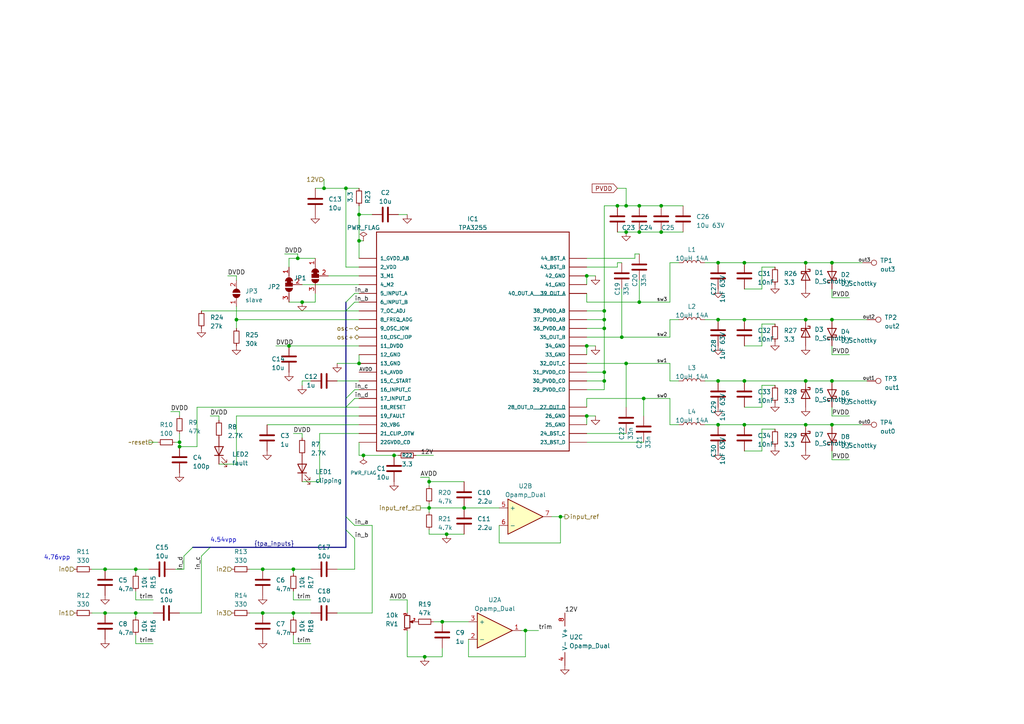
<source format=kicad_sch>
(kicad_sch (version 20230121) (generator eeschema)
  (paper "A4")
  (bus_alias "tpa_inputs" (members "in_a" "in_b" "in_c" "in_d"))
  (junction (at 124.46 147.32))
  (junction (at 104.14 105.41))
  (junction (at 185.42 67.31))
  (junction (at 52.07 129.54))
  (junction (at 128.27 180.34))
  (junction (at 191.77 59.69))
  (junction (at 175.26 107.95))
  (junction (at 181.61 59.69))
  (junction (at 76.2 165.1))
  (junction (at 100.33 54.61))
  (junction (at 52.07 128.27))
  (junction (at 175.26 92.71))
  (junction (at 181.61 105.41))
  (junction (at 30.48 177.8))
  (junction (at 175.26 110.49))
  (junction (at 85.09 165.1))
  (junction (at 181.61 67.31))
  (junction (at 241.3 123.19))
  (junction (at 233.68 123.19))
  (junction (at 208.28 76.2))
  (junction (at 215.9 76.2))
  (junction (at 86.36 74.93))
  (junction (at 215.9 92.71))
  (junction (at 241.3 92.71))
  (junction (at 233.68 92.71))
  (junction (at 123.19 190.5))
  (junction (at 39.37 165.1))
  (junction (at 39.37 177.8))
  (junction (at 233.68 76.2))
  (junction (at 170.18 80.01))
  (junction (at 93.98 54.61))
  (junction (at 208.28 92.71))
  (junction (at 152.4 182.88))
  (junction (at 87.63 87.63))
  (junction (at 129.54 154.94))
  (junction (at 104.14 62.23))
  (junction (at 170.18 120.65))
  (junction (at 76.2 177.8))
  (junction (at 208.28 110.49))
  (junction (at 208.28 123.19))
  (junction (at 162.56 149.86))
  (junction (at 104.14 69.85))
  (junction (at 85.09 177.8))
  (junction (at 215.9 123.19))
  (junction (at 30.48 165.1))
  (junction (at 185.42 87.63))
  (junction (at 105.41 132.08))
  (junction (at 186.69 115.57))
  (junction (at 114.3 132.08))
  (junction (at 185.42 59.69))
  (junction (at 68.58 92.71))
  (junction (at 215.9 110.49))
  (junction (at 191.77 67.31))
  (junction (at 233.68 110.49))
  (junction (at 175.26 95.25))
  (junction (at 241.3 76.2))
  (junction (at 180.34 97.79))
  (junction (at 179.07 59.69))
  (junction (at 241.3 110.49))
  (junction (at 124.46 139.7))
  (junction (at 170.18 100.33))
  (junction (at 134.62 147.32))
  (junction (at 83.82 100.33))
  (junction (at 175.26 90.17))
  (bus_entry (at 100.33 149.86) (size 2.54 2.54))
  (bus_entry (at 100.33 90.17) (size 2.54 -2.54))
  (bus_entry (at 100.33 115.57) (size 2.54 -2.54))
  (bus_entry (at 55.88 158.75) (size -2.54 2.54))
  (bus_entry (at 60.96 158.75) (size -2.54 2.54))
  (bus_entry (at 100.33 153.67) (size 2.54 2.54))
  (bus_entry (at 100.33 118.11) (size 2.54 -2.54))
  (bus_entry (at 100.33 87.63) (size 2.54 -2.54))
  (wire (pts (xy 53.34 161.29) (xy 53.34 165.1)))
  (wire (pts (xy 87.63 110.49) (xy 90.17 110.49)))
  (wire (pts (xy 135.89 185.42) (xy 135.89 190.5)))
  (wire (pts (xy 26.67 177.8) (xy 30.48 177.8)))
  (wire (pts (xy 100.33 54.61) (xy 93.98 54.61)))
  (wire (pts (xy 181.61 105.41) (xy 181.61 118.11)))
  (wire (pts (xy 52.07 125.73) (xy 52.07 128.27)))
  (wire (pts (xy 124.46 153.67) (xy 124.46 154.94)))
  (wire (pts (xy 97.79 105.41) (xy 104.14 105.41)))
  (wire (pts (xy 50.8 165.1) (xy 53.34 165.1)))
  (wire (pts (xy 39.37 186.69) (xy 44.45 186.69)))
  (wire (pts (xy 204.47 110.49) (xy 208.28 110.49)))
  (wire (pts (xy 123.19 190.5) (xy 128.27 190.5)))
  (wire (pts (xy 52.07 129.54) (xy 57.15 129.54)))
  (wire (pts (xy 246.38 120.65) (xy 241.3 120.65)))
  (wire (pts (xy 93.98 52.07) (xy 93.98 54.61)))
  (wire (pts (xy 220.98 77.47) (xy 224.79 77.47)))
  (wire (pts (xy 50.8 128.27) (xy 52.07 128.27)))
  (wire (pts (xy 196.85 123.19) (xy 194.31 123.19)))
  (wire (pts (xy 191.77 67.31) (xy 198.12 67.31)))
  (wire (pts (xy 185.42 81.28) (xy 185.42 87.63)))
  (wire (pts (xy 43.18 128.27) (xy 45.72 128.27)))
  (wire (pts (xy 233.68 92.71) (xy 241.3 92.71)))
  (wire (pts (xy 128.27 180.34) (xy 135.89 180.34)))
  (wire (pts (xy 179.07 54.61) (xy 181.61 54.61)))
  (wire (pts (xy 179.07 67.31) (xy 181.61 67.31)))
  (wire (pts (xy 102.87 113.03) (xy 104.14 113.03)))
  (wire (pts (xy 175.26 110.49) (xy 175.26 113.03)))
  (wire (pts (xy 104.14 77.47) (xy 100.33 77.47)))
  (wire (pts (xy 170.18 85.09) (xy 170.18 87.63)))
  (wire (pts (xy 57.15 129.54) (xy 57.15 118.11)))
  (wire (pts (xy 86.36 73.66) (xy 86.36 74.93)))
  (wire (pts (xy 170.18 97.79) (xy 180.34 97.79)))
  (wire (pts (xy 204.47 123.19) (xy 208.28 123.19)))
  (wire (pts (xy 39.37 165.1) (xy 30.48 165.1)))
  (wire (pts (xy 30.48 177.8) (xy 39.37 177.8)))
  (wire (pts (xy 72.39 177.8) (xy 76.2 177.8)))
  (wire (pts (xy 175.26 59.69) (xy 179.07 59.69)))
  (wire (pts (xy 179.07 59.69) (xy 181.61 59.69)))
  (wire (pts (xy 194.31 97.79) (xy 180.34 97.79)))
  (wire (pts (xy 76.2 177.8) (xy 85.09 177.8)))
  (wire (pts (xy 91.44 87.63) (xy 91.44 85.09)))
  (wire (pts (xy 233.68 123.19) (xy 241.3 123.19)))
  (wire (pts (xy 97.79 177.8) (xy 107.95 177.8)))
  (wire (pts (xy 107.95 152.4) (xy 102.87 152.4)))
  (wire (pts (xy 162.56 157.48) (xy 162.56 149.86)))
  (wire (pts (xy 87.63 111.76) (xy 87.63 110.49)))
  (wire (pts (xy 181.61 59.69) (xy 185.42 59.69)))
  (wire (pts (xy 172.72 100.33) (xy 170.18 100.33)))
  (wire (pts (xy 52.07 128.27) (xy 52.07 129.54)))
  (wire (pts (xy 121.92 147.32) (xy 124.46 147.32)))
  (wire (pts (xy 83.82 74.93) (xy 83.82 77.47)))
  (wire (pts (xy 85.09 184.15) (xy 85.09 186.69)))
  (wire (pts (xy 185.42 67.31) (xy 191.77 67.31)))
  (wire (pts (xy 170.18 128.27) (xy 186.69 128.27)))
  (wire (pts (xy 63.5 120.65) (xy 63.5 121.92)))
  (wire (pts (xy 107.95 177.8) (xy 107.95 152.4)))
  (wire (pts (xy 104.14 69.85) (xy 105.41 69.85)))
  (wire (pts (xy 241.3 120.65) (xy 241.3 118.11)))
  (wire (pts (xy 215.9 76.2) (xy 233.68 76.2)))
  (wire (pts (xy 63.5 134.62) (xy 68.58 134.62)))
  (bus (pts (xy 55.88 158.75) (xy 60.96 158.75)))
  (wire (pts (xy 39.37 173.99) (xy 44.45 173.99)))
  (wire (pts (xy 114.3 132.08) (xy 115.57 132.08)))
  (wire (pts (xy 170.18 113.03) (xy 175.26 113.03)))
  (wire (pts (xy 124.46 147.32) (xy 124.46 148.59)))
  (wire (pts (xy 104.14 69.85) (xy 104.14 74.93)))
  (wire (pts (xy 104.14 128.27) (xy 104.14 132.08)))
  (wire (pts (xy 241.3 133.35) (xy 241.3 130.81)))
  (wire (pts (xy 179.07 76.2) (xy 179.07 77.47)))
  (wire (pts (xy 215.9 118.11) (xy 220.98 118.11)))
  (wire (pts (xy 49.53 119.38) (xy 52.07 119.38)))
  (wire (pts (xy 76.2 165.1) (xy 85.09 165.1)))
  (wire (pts (xy 181.61 105.41) (xy 194.31 105.41)))
  (wire (pts (xy 72.39 165.1) (xy 76.2 165.1)))
  (wire (pts (xy 97.79 165.1) (xy 102.87 165.1)))
  (wire (pts (xy 233.68 76.2) (xy 241.3 76.2)))
  (wire (pts (xy 185.42 59.69) (xy 191.77 59.69)))
  (wire (pts (xy 241.3 110.49) (xy 251.46 110.49)))
  (bus (pts (xy 100.33 158.75) (xy 60.96 158.75)))
  (wire (pts (xy 91.44 74.93) (xy 86.36 74.93)))
  (wire (pts (xy 39.37 165.1) (xy 43.18 165.1)))
  (wire (pts (xy 175.26 90.17) (xy 175.26 92.71)))
  (wire (pts (xy 241.3 92.71) (xy 251.46 92.71)))
  (wire (pts (xy 124.46 138.43) (xy 124.46 139.7)))
  (wire (pts (xy 246.38 102.87) (xy 241.3 102.87)))
  (wire (pts (xy 120.65 132.08) (xy 125.73 132.08)))
  (wire (pts (xy 170.18 87.63) (xy 185.42 87.63)))
  (wire (pts (xy 194.31 110.49) (xy 194.31 105.41)))
  (wire (pts (xy 85.09 125.73) (xy 87.63 125.73)))
  (wire (pts (xy 39.37 171.45) (xy 39.37 173.99)))
  (wire (pts (xy 104.14 132.08) (xy 105.41 132.08)))
  (wire (pts (xy 52.07 177.8) (xy 58.42 177.8)))
  (wire (pts (xy 97.79 110.49) (xy 104.14 110.49)))
  (wire (pts (xy 58.42 161.29) (xy 58.42 177.8)))
  (wire (pts (xy 184.15 73.66) (xy 184.15 74.93)))
  (wire (pts (xy 241.3 86.36) (xy 241.3 83.82)))
  (wire (pts (xy 102.87 156.21) (xy 102.87 165.1)))
  (wire (pts (xy 82.55 73.66) (xy 86.36 73.66)))
  (wire (pts (xy 118.11 173.99) (xy 118.11 177.8)))
  (wire (pts (xy 39.37 184.15) (xy 39.37 186.69)))
  (wire (pts (xy 208.28 76.2) (xy 215.9 76.2)))
  (wire (pts (xy 85.09 173.99) (xy 90.17 173.99)))
  (wire (pts (xy 215.9 130.81) (xy 220.98 130.81)))
  (wire (pts (xy 85.09 177.8) (xy 90.17 177.8)))
  (wire (pts (xy 100.33 54.61) (xy 104.14 54.61)))
  (wire (pts (xy 170.18 118.11) (xy 170.18 115.57)))
  (wire (pts (xy 175.26 95.25) (xy 175.26 107.95)))
  (wire (pts (xy 170.18 120.65) (xy 170.18 123.19)))
  (wire (pts (xy 87.63 125.73) (xy 87.63 127)))
  (wire (pts (xy 85.09 171.45) (xy 85.09 173.99)))
  (wire (pts (xy 68.58 120.65) (xy 104.14 120.65)))
  (wire (pts (xy 87.63 82.55) (xy 104.14 82.55)))
  (wire (pts (xy 66.04 80.01) (xy 68.58 80.01)))
  (wire (pts (xy 170.18 125.73) (xy 181.61 125.73)))
  (wire (pts (xy 233.68 110.49) (xy 241.3 110.49)))
  (wire (pts (xy 124.46 147.32) (xy 134.62 147.32)))
  (wire (pts (xy 162.56 149.86) (xy 163.83 149.86)))
  (wire (pts (xy 179.07 77.47) (xy 170.18 77.47)))
  (wire (pts (xy 124.46 154.94) (xy 129.54 154.94)))
  (wire (pts (xy 208.28 92.71) (xy 215.9 92.71)))
  (wire (pts (xy 77.47 123.19) (xy 104.14 123.19)))
  (wire (pts (xy 181.61 67.31) (xy 185.42 67.31)))
  (bus (pts (xy 100.33 90.17) (xy 100.33 115.57)))
  (wire (pts (xy 144.78 157.48) (xy 162.56 157.48)))
  (wire (pts (xy 83.82 87.63) (xy 87.63 87.63)))
  (wire (pts (xy 39.37 177.8) (xy 39.37 179.07)))
  (wire (pts (xy 118.11 182.88) (xy 118.11 190.5)))
  (wire (pts (xy 184.15 74.93) (xy 170.18 74.93)))
  (wire (pts (xy 39.37 165.1) (xy 39.37 166.37)))
  (wire (pts (xy 220.98 100.33) (xy 220.98 93.98)))
  (wire (pts (xy 121.92 138.43) (xy 124.46 138.43)))
  (wire (pts (xy 220.98 124.46) (xy 224.79 124.46)))
  (wire (pts (xy 100.33 90.17) (xy 104.14 90.17)))
  (wire (pts (xy 241.3 76.2) (xy 250.19 76.2)))
  (wire (pts (xy 215.9 110.49) (xy 233.68 110.49)))
  (wire (pts (xy 135.89 190.5) (xy 152.4 190.5)))
  (wire (pts (xy 85.09 165.1) (xy 90.17 165.1)))
  (bus (pts (xy 100.33 153.67) (xy 100.33 158.75)))
  (bus (pts (xy 100.33 115.57) (xy 100.33 118.11)))
  (wire (pts (xy 86.36 74.93) (xy 83.82 74.93)))
  (wire (pts (xy 180.34 83.82) (xy 180.34 97.79)))
  (wire (pts (xy 104.14 92.71) (xy 68.58 92.71)))
  (wire (pts (xy 170.18 80.01) (xy 170.18 82.55)))
  (wire (pts (xy 204.47 92.71) (xy 208.28 92.71)))
  (wire (pts (xy 87.63 139.7) (xy 92.71 139.7)))
  (wire (pts (xy 124.46 146.05) (xy 124.46 147.32)))
  (wire (pts (xy 113.03 173.99) (xy 118.11 173.99)))
  (wire (pts (xy 196.85 110.49) (xy 194.31 110.49)))
  (wire (pts (xy 85.09 177.8) (xy 85.09 179.07)))
  (wire (pts (xy 208.28 110.49) (xy 215.9 110.49)))
  (wire (pts (xy 128.27 190.5) (xy 128.27 187.96)))
  (wire (pts (xy 60.96 120.65) (xy 63.5 120.65)))
  (wire (pts (xy 104.14 59.69) (xy 104.14 62.23)))
  (wire (pts (xy 220.98 118.11) (xy 220.98 111.76)))
  (wire (pts (xy 175.26 92.71) (xy 175.26 95.25)))
  (wire (pts (xy 52.07 119.38) (xy 52.07 120.65)))
  (wire (pts (xy 170.18 105.41) (xy 181.61 105.41)))
  (wire (pts (xy 220.98 130.81) (xy 220.98 124.46)))
  (wire (pts (xy 185.42 87.63) (xy 194.31 87.63)))
  (wire (pts (xy 87.63 87.63) (xy 91.44 87.63)))
  (wire (pts (xy 39.37 177.8) (xy 44.45 177.8)))
  (wire (pts (xy 194.31 87.63) (xy 194.31 76.2)))
  (wire (pts (xy 215.9 92.71) (xy 233.68 92.71)))
  (wire (pts (xy 194.31 92.71) (xy 194.31 97.79)))
  (wire (pts (xy 93.98 54.61) (xy 91.44 54.61)))
  (wire (pts (xy 95.25 80.01) (xy 104.14 80.01)))
  (wire (pts (xy 102.87 85.09) (xy 104.14 85.09)))
  (wire (pts (xy 170.18 115.57) (xy 186.69 115.57)))
  (wire (pts (xy 102.87 115.57) (xy 104.14 115.57)))
  (wire (pts (xy 184.15 73.66) (xy 185.42 73.66)))
  (wire (pts (xy 204.47 76.2) (xy 208.28 76.2)))
  (wire (pts (xy 208.28 123.19) (xy 215.9 123.19)))
  (wire (pts (xy 92.71 125.73) (xy 104.14 125.73)))
  (wire (pts (xy 68.58 92.71) (xy 68.58 95.25)))
  (wire (pts (xy 181.61 54.61) (xy 181.61 59.69)))
  (wire (pts (xy 104.14 102.87) (xy 104.14 105.41)))
  (wire (pts (xy 68.58 134.62) (xy 68.58 120.65)))
  (wire (pts (xy 100.33 77.47) (xy 100.33 54.61)))
  (wire (pts (xy 220.98 111.76) (xy 224.79 111.76)))
  (wire (pts (xy 129.54 154.94) (xy 134.62 154.94)))
  (wire (pts (xy 124.46 139.7) (xy 134.62 139.7)))
  (wire (pts (xy 170.18 110.49) (xy 175.26 110.49)))
  (wire (pts (xy 194.31 123.19) (xy 194.31 115.57)))
  (wire (pts (xy 118.11 62.23) (xy 115.57 62.23)))
  (wire (pts (xy 170.18 95.25) (xy 175.26 95.25)))
  (wire (pts (xy 170.18 100.33) (xy 170.18 102.87)))
  (wire (pts (xy 191.77 59.69) (xy 198.12 59.69)))
  (wire (pts (xy 83.82 100.33) (xy 80.01 100.33)))
  (wire (pts (xy 83.82 100.33) (xy 104.14 100.33)))
  (wire (pts (xy 175.26 107.95) (xy 175.26 110.49)))
  (wire (pts (xy 241.3 102.87) (xy 241.3 100.33)))
  (wire (pts (xy 220.98 83.82) (xy 220.98 77.47)))
  (wire (pts (xy 58.42 90.17) (xy 100.33 90.17)))
  (wire (pts (xy 134.62 147.32) (xy 144.78 147.32)))
  (wire (pts (xy 85.09 186.69) (xy 90.17 186.69)))
  (wire (pts (xy 215.9 123.19) (xy 233.68 123.19)))
  (wire (pts (xy 92.71 139.7) (xy 92.71 125.73)))
  (wire (pts (xy 144.78 152.4) (xy 144.78 157.48)))
  (wire (pts (xy 152.4 182.88) (xy 151.13 182.88)))
  (wire (pts (xy 118.11 190.5) (xy 123.19 190.5)))
  (wire (pts (xy 68.58 88.9) (xy 68.58 92.71)))
  (wire (pts (xy 160.02 149.86) (xy 162.56 149.86)))
  (wire (pts (xy 170.18 80.01) (xy 172.72 80.01)))
  (wire (pts (xy 196.85 92.71) (xy 194.31 92.71)))
  (wire (pts (xy 68.58 80.01) (xy 68.58 81.28)))
  (wire (pts (xy 100.33 118.11) (xy 104.14 118.11)))
  (wire (pts (xy 170.18 90.17) (xy 175.26 90.17)))
  (wire (pts (xy 102.87 87.63) (xy 104.14 87.63)))
  (wire (pts (xy 175.26 59.69) (xy 175.26 90.17)))
  (wire (pts (xy 186.69 115.57) (xy 186.69 120.65)))
  (wire (pts (xy 215.9 83.82) (xy 220.98 83.82)))
  (wire (pts (xy 215.9 100.33) (xy 220.98 100.33)))
  (wire (pts (xy 172.72 120.65) (xy 170.18 120.65)))
  (wire (pts (xy 170.18 107.95) (xy 175.26 107.95)))
  (wire (pts (xy 104.14 62.23) (xy 104.14 69.85)))
  (wire (pts (xy 246.38 133.35) (xy 241.3 133.35)))
  (wire (pts (xy 125.73 180.34) (xy 128.27 180.34)))
  (wire (pts (xy 26.67 165.1) (xy 30.48 165.1)))
  (wire (pts (xy 85.09 165.1) (xy 85.09 166.37)))
  (bus (pts (xy 100.33 87.63) (xy 100.33 90.17)))
  (wire (pts (xy 105.41 132.08) (xy 114.3 132.08)))
  (wire (pts (xy 104.14 62.23) (xy 107.95 62.23)))
  (wire (pts (xy 220.98 93.98) (xy 224.79 93.98)))
  (wire (pts (xy 152.4 190.5) (xy 152.4 182.88)))
  (bus (pts (xy 100.33 118.11) (xy 100.33 149.86)))
  (wire (pts (xy 186.69 115.57) (xy 194.31 115.57)))
  (wire (pts (xy 57.15 118.11) (xy 100.33 118.11)))
  (wire (pts (xy 124.46 140.97) (xy 124.46 139.7)))
  (wire (pts (xy 246.38 86.36) (xy 241.3 86.36)))
  (bus (pts (xy 100.33 149.86) (xy 100.33 153.67)))
  (wire (pts (xy 194.31 76.2) (xy 196.85 76.2)))
  (wire (pts (xy 170.18 92.71) (xy 175.26 92.71)))
  (wire (pts (xy 241.3 123.19) (xy 250.19 123.19)))
  (wire (pts (xy 179.07 76.2) (xy 180.34 76.2)))
  (wire (pts (xy 156.21 182.88) (xy 152.4 182.88)))
  (text "4.54vpp" (at 60.96 157.48 0) (effects (font (size 1.27 1.27)) (justify left bottom)))
  (text "4.76vpp" (at 12.7 162.56 0) (effects (font (size 1.27 1.27)) (justify left bottom)))
  (label "PVDD" (at 246.38 86.36 180))
  (label "in_c" (at 102.87 113.03 0))
  (label "trim" (at 156.21 182.88 0))
  (label "in_a" (at 102.87 152.4 0))
  (label "trim" (at 90.17 173.99 180))
  (label "DVDD" (at 80.01 100.33 0))
  (label "DVDD" (at 85.09 125.73 0))
  (label "out3" (at 248.92 76.2 0) (effects (font (size 1.016 1.016))))
  (label "out2" (at 250.19 92.71 0) (effects (font (size 1.016 1.016))))
  (label "PVDD" (at 246.38 120.65 180))
  (label "out0" (at 248.92 123.19 0) (effects (font (size 1.016 1.016))))
  (label "trim" (at 44.45 186.69 180))
  (label "in_b" (at 102.87 156.21 0))
  (label "12V" (at 163.83 177.8 0))
  (label "PVDD" (at 246.38 102.87 180))
  (label "DVDD" (at 66.04 80.01 0))
  (label "in_d" (at 102.87 115.57 0))
  (label "sw2" (at 190.5 97.79 0) (effects (font (size 1.016 1.016))))
  (label "12V" (at 125.73 132.08 180))
  (label "AVDD" (at 121.92 138.43 0))
  (label "in_c" (at 58.42 161.29 270))
  (label "in_a" (at 102.87 85.09 0))
  (label "AVDD" (at 104.14 107.95 0) (effects (font (size 1 1))))
  (label "DVDD" (at 60.96 120.65 0))
  (label "AVDD" (at 113.03 173.99 0))
  (label "DVDD" (at 49.53 119.38 0))
  (label "DVDD" (at 82.55 73.66 0))
  (label "in_d" (at 53.34 161.29 270))
  (label "sw1" (at 190.5 105.41 0) (effects (font (size 1.016 1.016))))
  (label "{tpa_inputs}" (at 73.66 158.75 0))
  (label "in_b" (at 102.87 87.63 0))
  (label "PVDD" (at 246.38 133.35 180))
  (label "out1" (at 250.19 110.49 0) (effects (font (size 1.016 1.016))))
  (label "sw3" (at 190.5 87.63 0) (effects (font (size 1.016 1.016))))
  (label "sw0" (at 190.5 115.57 0) (effects (font (size 1.016 1.016))))
  (label "trim" (at 44.45 173.99 180))
  (label "trim" (at 90.17 186.69 180))
  (global_label "PVDD" (shape input) (at 179.07 54.61 180) (property "Intersheetrefs" "${INTERSHEET_REFS}" (effects hide)))
  (hierarchical_label "in2" (shape input) (at 67.31 165.1 180))
  (hierarchical_label "in1" (shape input) (at 21.59 177.8 180))
  (hierarchical_label "osc+" (shape bidirectional) (at 104.14 97.79 180))
  (hierarchical_label "input_ref" (shape output) (at 163.83 149.86 0))
  (hierarchical_label "input_ref_z" (shape passive) (at 121.92 147.32 180) (property "description" "input reference, unamplified (for merging between amplifiers)" (effects hide)))
  (hierarchical_label "12V" (shape input) (at 93.98 52.07 180))
  (hierarchical_label "in3" (shape input) (at 67.31 177.8 180))
  (hierarchical_label "~reset" (shape input) (at 44.45 128.27 180))
  (hierarchical_label "in0" (shape input) (at 21.59 165.1 180))
  (hierarchical_label "osc-" (shape bidirectional) (at 104.14 95.25 180))
  (symbol (lib_id "power:GND") (at 97.79 105.41 0) (unit 1)
    (property "Reference" "#PWR017" (effects hide))
    (property "Value" "GND" (effects hide))
    (instances (project "uberamp1" (path "" (reference "#PWR017") (unit 1)) (path "" (reference "#PWR048") (unit 1))))
  )
  (symbol (lib_id "Device:R_Small") (at 63.5 124.46 180) (unit 1)
    (property "Reference" "R8" (at 66.04 123.825 0) (effects (justify right)))
    (property "Value" "2.7K" (at 66.04 126.365 0) (effects (justify right)))
    (property "Footprint" "invendelirium_audio:R_0603" (effects hide))
    (instances (project "uberamp1" (path "" (reference "R8") (unit 1)) (path "" (reference "R37") (unit 1))))
  )
  (symbol (lib_id "Device:Opamp_Dual") (at 143.51 182.88 0) (unit 1)
    (property "Reference" "U2" (at 143.51 173.99 0))
    (property "Value" "Opamp_Dual" (at 143.51 176.53 0))
    (property "Footprint" "invendelirium_audio:SOIC-8" (effects hide))
    (instances (project "uberamp1" (path "" (reference "U2") (unit 1)) (path "" (reference "U3") (unit 1))))
  )
  (symbol (lib_id "Device:R_Small") (at 224.79 127 180) (unit 1)
    (property "Reference" "R29" (at 227.33 126.365 0) (effects (justify right)))
    (property "Value" "3.3" (at 227.33 128.905 0) (effects (justify right)))
    (property "Footprint" "invendelirium_audio:R_0603" (effects hide))
    (instances (project "uberamp1" (path "" (reference "R29") (unit 1)) (path "" (reference "R52") (unit 1))))
  )
  (symbol (lib_id "Device:C") (at 180.34 80.01 0) (unit 1)
    (property "Reference" "C19" (at 179.07 83.82 90))
    (property "Value" "33n" (at 181.61 83.82 90))
    (property "Footprint" "invendelirium_audio:C_0603" (effects hide))
    (property "Voltage" "16V" (effects hide))
    (instances (project "uberamp1" (path "" (reference "C19") (unit 1)) (path "" (reference "C54") (unit 1))))
  )
  (symbol (lib_id "power:GND") (at 68.58 100.33 0) (unit 1)
    (property "Reference" "#PWR020" (effects hide))
    (property "Value" "GND" (effects hide))
    (instances (project "uberamp1" (path "" (reference "#PWR020") (unit 1)) (path "" (reference "#PWR040") (unit 1))))
  )
  (symbol (lib_id "Device:C") (at 186.69 124.46 0) (unit 1)
    (property "Reference" "C21" (at 185.42 128.27 90))
    (property "Value" "33n" (at 187.96 128.27 90))
    (property "Footprint" "invendelirium_audio:C_0603" (effects hide))
    (property "Voltage" "16V" (effects hide))
    (instances (project "uberamp1" (path "" (reference "C21") (unit 1)) (path "" (reference "C58") (unit 1))))
  )
  (symbol (lib_id "Device:D_Schottky") (at 241.3 96.52 90) (unit 1)
    (property "Reference" "D4" (at 243.84 96.2025 90) (effects (justify right)))
    (property "Value" "D_Schottky" (at 243.84 98.7425 90) (effects (justify right)))
    (property "Footprint" "Diode_SMD:D_0805_2012Metric" (effects hide))
    (instances (project "uberamp1" (path "" (reference "D4") (unit 1)) (path "" (reference "D14") (unit 1))))
  )
  (symbol (lib_id "Device:R_Small") (at 118.11 132.08 270) (unit 1)
    (property "Reference" "R22" (at 118.11 132.08 90) (effects (font (size 1 1))))
    (property "Value" "3.3" (at 118.11 134.62 90))
    (property "Footprint" "invendelirium_audio:R_0603" (effects hide))
    (instances (project "uberamp1" (path "" (reference "R22") (unit 1)) (path "" (reference "R45") (unit 1))))
  )
  (symbol (lib_id "power:PWR_FLAG") (at 105.41 69.85 0) (unit 1)
    (property "Reference" "#FLG03" (effects hide))
    (property "Value" "PWR_FLAG" (at 105.41 66.04 0))
    (instances (project "uberamp1" (path "" (reference "#FLG03") (unit 1)) (path "" (reference "#FLG04") (unit 1))))
  )
  (symbol (lib_id "Device:R_Small") (at 124.46 143.51 180) (unit 1)
    (property "Reference" "R20" (at 127 142.875 0) (effects (justify right)))
    (property "Value" "4.7k" (at 127 145.415 0) (effects (justify right)))
    (property "Footprint" "invendelirium_audio:R_0603" (effects hide))
    (instances (project "uberamp1" (path "" (reference "R20") (unit 1)) (path "" (reference "R47") (unit 1))))
  )
  (symbol (lib_id "Device:C") (at 83.82 104.14 0) (unit 1)
    (property "Reference" "C14" (at 78.74 104.14 0) (effects (justify left)))
    (property "Value" "10u" (at 78.74 106.68 0) (effects (justify left)))
    (property "Footprint" "invendelirium_audio:C_0603" (effects hide))
    (property "Voltage" "16V" (effects hide))
    (instances (project "uberamp1" (path "" (reference "C14") (unit 1)) (path "" (reference "C43") (unit 1))))
  )
  (symbol (lib_id "power:GND") (at 233.68 83.82 0) (unit 1)
    (property "Reference" "#PWR030" (effects hide))
    (property "Value" "GND" (effects hide))
    (instances (project "uberamp1" (path "" (reference "#PWR030") (unit 1)) (path "" (reference "#PWR066") (unit 1))))
  )
  (symbol (lib_id "power:GND") (at 208.28 118.11 0) (unit 1)
    (property "Reference" "#PWR027" (effects hide))
    (property "Value" "GND" (effects hide))
    (instances (project "uberamp1" (path "" (reference "#PWR027") (unit 1)) (path "" (reference "#PWR060") (unit 1))))
  )
  (symbol (lib_id "Device:C") (at 77.47 127 0) (unit 1)
    (property "Reference" "C3" (at 81.28 126.365 0) (effects (justify left)))
    (property "Value" "1u" (at 81.28 128.905 0) (effects (justify left)))
    (property "Footprint" "invendelirium_audio:C_0603" (effects hide))
    (property "Voltage" "16V" (effects hide))
    (instances (project "uberamp1" (path "" (reference "C3") (unit 1)) (path "" (reference "C42") (unit 1))))
  )
  (symbol (lib_id "power:GND") (at 114.3 139.7 0) (unit 1)
    (property "Reference" "#PWR03" (effects hide))
    (property "Value" "GND" (effects hide))
    (instances (project "uberamp1" (path "" (reference "#PWR03") (unit 1)) (path "" (reference "#PWR049") (unit 1))))
  )
  (symbol (lib_id "Device:C") (at 208.28 114.3 0) (unit 1)
    (property "Reference" "C29" (at 207.01 118.11 90))
    (property "Value" "1uF 63V" (at 209.55 118.11 90))
    (property "Footprint" "invendelirium_audio:CB052D0105KBC film cap" (effects hide))
    (property "PartNumber" "CB052D0105KBC" (effects hide))
    (instances (project "uberamp1" (path "" (reference "C29") (unit 1)) (path "" (reference "C63") (unit 1))))
  )
  (symbol (lib_id "Device:R_Small") (at 48.26 128.27 270) (unit 1)
    (property "Reference" "R10" (at 48.26 123.19 90))
    (property "Value" "100" (at 48.26 125.73 90))
    (property "Footprint" "invendelirium_audio:R_0603" (effects hide))
    (instances (project "uberamp1" (path "" (reference "R10") (unit 1)) (path "" (reference "R34") (unit 1))))
  )
  (symbol (lib_id "Device:C") (at 91.44 58.42 180) (unit 1)
    (property "Reference" "C13" (at 95.25 57.785 0) (effects (justify right)))
    (property "Value" "10u" (at 95.25 60.325 0) (effects (justify right)))
    (property "Footprint" "invendelirium_audio:C_0603" (effects hide))
    (property "Voltage" "16V" (effects hide))
    (instances (project "uberamp1" (path "" (reference "C13") (unit 1)) (path "" (reference "C44") (unit 1))))
  )
  (symbol (lib_id "Device:D_Schottky") (at 233.68 114.3 270) (unit 1)
    (property "Reference" "D5" (at 236.22 113.3475 90) (effects (justify left)))
    (property "Value" "D_Schottky" (at 236.22 115.8875 90) (effects (justify left)))
    (property "Footprint" "Diode_SMD:D_0805_2012Metric" (effects hide))
    (instances (project "uberamp1" (path "" (reference "D5") (unit 1)) (path "" (reference "D11") (unit 1))))
  )
  (symbol (lib_id "power:GND") (at 224.79 99.06 0) (unit 1)
    (property "Reference" "#PWR031" (effects hide))
    (property "Value" "GND" (effects hide))
    (instances (project "uberamp1" (path "" (reference "#PWR031") (unit 1)) (path "" (reference "#PWR063") (unit 1))))
  )
  (symbol (lib_id "power:GND") (at 83.82 107.95 0) (unit 1)
    (property "Reference" "#PWR016" (effects hide))
    (property "Value" "GND" (effects hide))
    (instances (project "uberamp1" (path "" (reference "#PWR016") (unit 1)) (path "" (reference "#PWR044") (unit 1))))
  )
  (symbol (lib_id "power:GND") (at 172.72 80.01 0) (unit 1)
    (property "Reference" "#PWR021" (effects hide))
    (property "Value" "GND" (effects hide))
    (instances (project "uberamp1" (path "" (reference "#PWR021") (unit 1)) (path "" (reference "#PWR054") (unit 1))))
  )
  (symbol (lib_id "Device:R_Small") (at 124.46 151.13 180) (unit 1)
    (property "Reference" "R21" (at 127 150.495 0) (effects (justify right)))
    (property "Value" "4.7k" (at 127 153.035 0) (effects (justify right)))
    (property "Footprint" "invendelirium_audio:R_0603" (effects hide))
    (instances (project "uberamp1" (path "" (reference "R21") (unit 1)) (path "" (reference "R48") (unit 1))))
  )
  (symbol (lib_id "power:GND") (at 224.79 129.54 0) (unit 1)
    (property "Reference" "#PWR035" (effects hide))
    (property "Value" "GND" (effects hide))
    (instances (project "uberamp1" (path "" (reference "#PWR035") (unit 1)) (path "" (reference "#PWR065") (unit 1))))
  )
  (symbol (lib_id "power:GND") (at 172.72 100.33 0) (unit 1)
    (property "Reference" "#PWR022" (effects hide))
    (property "Value" "GND" (effects hide))
    (instances (project "uberamp1" (path "" (reference "#PWR022") (unit 1)) (path "" (reference "#PWR055") (unit 1))))
  )
  (symbol (lib_id "Device:C") (at 198.12 63.5 0) (unit 1)
    (property "Reference" "C26" (at 201.93 62.865 0) (effects (justify left)))
    (property "Value" "10u 63V" (at 201.93 65.405 0) (effects (justify left)))
    (property "Footprint" "Capacitor_SMD:C_1210_3225Metric" (effects hide))
    (property "Voltage" "16V" (effects hide))
    (instances (project "uberamp1" (path "" (reference "C26") (unit 1)) (path "" (reference "C60") (unit 1))))
  )
  (symbol (lib_id "power:GND") (at 91.44 62.23 0) (unit 1)
    (property "Reference" "#PWR019" (effects hide))
    (property "Value" "GND" (effects hide))
    (instances (project "uberamp1" (path "" (reference "#PWR019") (unit 1)) (path "" (reference "#PWR047") (unit 1))))
  )
  (symbol (lib_id "power:GND") (at 87.63 111.76 0) (unit 1)
    (property "Reference" "#PWR014" (effects hide))
    (property "Value" "GND" (effects hide))
    (instances (project "uberamp1" (path "" (reference "#PWR014") (unit 1)) (path "" (reference "#PWR046") (unit 1))))
  )
  (symbol (lib_id "Device:R_Small") (at 39.37 168.91 180) (unit 1)
    (property "Reference" "R15" (at 44.45 168.91 90))
    (property "Value" "10k" (at 41.91 168.91 90))
    (property "Footprint" "invendelirium_audio:R_0603" (effects hide))
    (instances (project "uberamp1" (path "" (reference "R15") (unit 1)) (path "" (reference "R32") (unit 1))))
  )
  (symbol (lib_id "Device:R_Small") (at 58.42 92.71 0) (unit 1)
    (property "Reference" "R24" (at 60.96 92.075 0) (effects (justify left)))
    (property "Value" "27k" (at 60.96 94.615 0) (effects (justify left)))
    (property "Footprint" "invendelirium_audio:R_0603" (effects hide))
    (instances (project "uberamp1" (path "" (reference "R24") (unit 1)) (path "" (reference "R36") (unit 1))))
  )
  (symbol (lib_id "Device:C") (at 76.2 168.91 0) (unit 1)
    (property "Reference" "C6" (at 80.01 168.275 0) (effects (justify left)))
    (property "Value" "4.7n" (at 80.01 170.815 0) (effects (justify left)))
    (property "Footprint" "invendelirium_audio:C_0603" (effects hide))
    (property "Voltage" "16V" (effects hide))
    (instances (project "uberamp1" (path "" (reference "C6") (unit 1)) (path "" (reference "C40") (unit 1))))
  )
  (symbol (lib_id "power:GND") (at 129.54 154.94 0) (unit 1)
    (property "Reference" "#PWR013" (effects hide))
    (property "Value" "GND" (effects hide))
    (instances (project "uberamp1" (path "" (reference "#PWR013") (unit 1)) (path "" (reference "#PWR052") (unit 1))))
  )
  (symbol (lib_id "Jumper:SolderJumper_3_Bridged12") (at 91.44 80.01 90) (mirror x) (unit 1)
    (property "Reference" "JP1" (at 88.9 80.645 90) (effects (justify left)))
    (property "Value" "SolderJumper_3_Bridged12" (effects hide))
    (property "Footprint" "invendelirium_audio:solder-switch" (effects hide))
    (instances (project "uberamp1" (path "" (reference "JP1") (unit 1)) (path "" (reference "JP6") (unit 1))))
  )
  (symbol (lib_id "power:GND") (at 52.07 137.16 0) (unit 1)
    (property "Reference" "#PWR06" (effects hide))
    (property "Value" "GND" (effects hide))
    (instances (project "uberamp1" (path "" (reference "#PWR06") (unit 1)) (path "" (reference "#PWR038") (unit 1))))
  )
  (symbol (lib_id "Device:C") (at 30.48 168.91 0) (unit 1)
    (property "Reference" "C5" (at 34.29 168.275 0) (effects (justify left)))
    (property "Value" "4.7n" (at 34.29 170.815 0) (effects (justify left)))
    (property "Footprint" "invendelirium_audio:C_0603" (effects hide))
    (property "Voltage" "16V" (effects hide))
    (instances (project "uberamp1" (path "" (reference "C5") (unit 1)) (path "" (reference "C35") (unit 1))))
  )
  (symbol (lib_id "Device:D_Schottky") (at 241.3 127 90) (unit 1)
    (property "Reference" "D8" (at 243.84 126.6825 90) (effects (justify right)))
    (property "Value" "D_Schottky" (at 243.84 129.2225 90) (effects (justify right)))
    (property "Footprint" "Diode_SMD:D_0805_2012Metric" (effects hide))
    (instances (project "uberamp1" (path "" (reference "D8") (unit 1)) (path "" (reference "D16") (unit 1))))
  )
  (symbol (lib_id "power:GND") (at 76.2 172.72 0) (unit 1)
    (property "Reference" "#PWR08" (effects hide))
    (property "Value" "GND" (effects hide))
    (instances (project "uberamp1" (path "" (reference "#PWR08") (unit 1)) (path "" (reference "#PWR041") (unit 1))))
  )
  (symbol (lib_id "Device:C") (at 181.61 121.92 0) (unit 1)
    (property "Reference" "C22" (at 180.34 125.73 90))
    (property "Value" "33n" (at 182.88 125.73 90))
    (property "Footprint" "invendelirium_audio:C_0603" (effects hide))
    (property "Voltage" "16V" (effects hide))
    (instances (project "uberamp1" (path "" (reference "C22") (unit 1)) (path "" (reference "C55") (unit 1))))
  )
  (symbol (lib_id "Device:R_Small") (at 85.09 168.91 180) (unit 1)
    (property "Reference" "R17" (at 90.17 168.91 90))
    (property "Value" "10k" (at 87.63 168.91 90))
    (property "Footprint" "invendelirium_audio:R_0603" (effects hide))
    (instances (project "uberamp1" (path "" (reference "R17") (unit 1)) (path "" (reference "R41") (unit 1))))
  )
  (symbol (lib_id "Device:C") (at 208.28 127 0) (unit 1)
    (property "Reference" "C30" (at 207.01 130.81 90))
    (property "Value" "1uF 63V" (at 209.55 130.81 90))
    (property "Footprint" "invendelirium_audio:CB052D0105KBC film cap" (effects hide))
    (property "PartNumber" "CB052D0105KBC" (effects hide))
    (instances (project "uberamp1" (path "" (reference "C30") (unit 1)) (path "" (reference "C64") (unit 1))))
  )
  (symbol (lib_id "Device:C") (at 208.28 80.01 0) (unit 1)
    (property "Reference" "C27" (at 207.01 83.82 90))
    (property "Value" "1uF 63V" (at 209.55 83.82 90))
    (property "Footprint" "invendelirium_audio:CB052D0105KBC film cap" (effects hide))
    (property "PartNumber" "CB052D0105KBC" (effects hide))
    (instances (project "uberamp1" (path "" (reference "C27") (unit 1)) (path "" (reference "C61") (unit 1))))
  )
  (symbol (lib_id "Device:LED") (at 87.63 135.89 90) (unit 1)
    (property "Reference" "LED1" (at 91.44 136.8425 90) (effects (justify right)))
    (property "Value" "clipping" (at 91.44 139.3825 90) (effects (justify right)))
    (property "Footprint" "LED_SMD:LED_0805_2012Metric" (effects hide))
    (instances (project "uberamp1" (path "" (reference "LED1") (unit 1)) (path "" (reference "LED4") (unit 1))))
  )
  (symbol (lib_id "Jumper:SolderJumper_2_Open") (at 68.58 85.09 90) (unit 1)
    (property "Reference" "JP3" (at 71.12 84.455 90) (effects (justify right)))
    (property "Value" "slave" (at 71.12 86.995 90) (effects (justify right)))
    (property "Footprint" "invendelirium_audio:solder-jumper" (effects hide))
    (instances (project "uberamp1" (path "" (reference "JP3") (unit 1)) (path "" (reference "JP4") (unit 1))))
  )
  (symbol (lib_id "Device:R_Small") (at 87.63 129.54 180) (unit 1)
    (property "Reference" "R7" (at 90.17 128.905 0) (effects (justify right)))
    (property "Value" "2.7K" (at 90.17 131.445 0) (effects (justify right)))
    (property "Footprint" "invendelirium_audio:R_0603" (effects hide))
    (instances (project "uberamp1" (path "" (reference "R7") (unit 1)) (path "" (reference "R43") (unit 1))))
  )
  (symbol (lib_id "power:GND") (at 123.19 190.5 0) (unit 1)
    (property "Reference" "#PWR012" (effects hide))
    (property "Value" "GND" (effects hide))
    (instances (project "uberamp1" (path "" (reference "#PWR012") (unit 1)) (path "" (reference "#PWR051") (unit 1))))
  )
  (symbol (lib_id "Connector:TestPoint") (at 250.19 123.19 270) (unit 1)
    (property "Reference" "TP4" (at 255.27 122.555 90) (effects (justify left)))
    (property "Value" "out0" (at 255.27 125.095 90) (effects (justify left)))
    (property "Footprint" "TestPoint:TestPoint_Pad_D4.0mm" (effects hide))
    (instances (project "uberamp1" (path "" (reference "TP4") (unit 1)) (path "" (reference "TP6") (unit 1))))
  )
  (symbol (lib_id "Device:C") (at 128.27 184.15 0) (unit 1)
    (property "Reference" "C9" (at 132.08 183.515 0) (effects (justify left)))
    (property "Value" "1u" (at 132.08 186.055 0) (effects (justify left)))
    (property "Footprint" "invendelirium_audio:C_0603" (effects hide))
    (property "Voltage" "16V" (effects hide))
    (instances (project "uberamp1" (path "" (reference "C9") (unit 1)) (path "" (reference "C50") (unit 1))))
  )
  (symbol (lib_id "Device:R_Small") (at 224.79 114.3 180) (unit 1)
    (property "Reference" "R28" (at 227.33 113.665 0) (effects (justify right)))
    (property "Value" "3.3" (at 227.33 116.205 0) (effects (justify right)))
    (property "Footprint" "invendelirium_audio:R_0603" (effects hide))
    (instances (project "uberamp1" (path "" (reference "R28") (unit 1)) (path "" (reference "R51") (unit 1))))
  )
  (symbol (lib_id "Device:R_Small") (at 85.09 181.61 180) (unit 1)
    (property "Reference" "R18" (at 90.17 181.61 90))
    (property "Value" "10k" (at 87.63 181.61 90))
    (property "Footprint" "invendelirium_audio:R_0603" (effects hide))
    (instances (project "uberamp1" (path "" (reference "R18") (unit 1)) (path "" (reference "R42") (unit 1))))
  )
  (symbol (lib_id "power:GND") (at 172.72 120.65 0) (unit 1)
    (property "Reference" "#PWR023" (effects hide))
    (property "Value" "GND" (effects hide))
    (instances (project "uberamp1" (path "" (reference "#PWR023") (unit 1)) (path "" (reference "#PWR056") (unit 1))))
  )
  (symbol (lib_id "Device:C") (at 48.26 177.8 90) (unit 1)
    (property "Reference" "C16" (at 48.26 171.45 90))
    (property "Value" "10u" (at 48.26 173.99 90))
    (property "Footprint" "invendelirium_audio:C_0603" (effects hide))
    (property "Voltage" "16V" (effects hide))
    (instances (project "uberamp1" (path "" (reference "C16") (unit 1)) (path "" (reference "C38") (unit 1))))
  )
  (symbol (lib_id "Jumper:SolderJumper_3_Bridged12") (at 83.82 82.55 90) (mirror x) (unit 1)
    (property "Reference" "JP2" (at 81.28 83.185 90) (effects (justify left)))
    (property "Value" "SolderJumper_3_Bridged12" (effects hide))
    (property "Footprint" "invendelirium_audio:solder-switch" (effects hide))
    (instances (project "uberamp1" (path "" (reference "JP2") (unit 1)) (path "" (reference "JP5") (unit 1))))
  )
  (symbol (lib_id "Device:C") (at 93.98 110.49 270) (unit 1)
    (property "Reference" "C12" (at 90.17 109.22 90))
    (property "Value" "1u" (at 90.17 111.76 90))
    (property "Footprint" "invendelirium_audio:C_0603" (effects hide))
    (property "Voltage" "16V" (effects hide))
    (instances (project "uberamp1" (path "" (reference "C12") (unit 1)) (path "" (reference "C45") (unit 1))))
  )
  (symbol (lib_id "power:GND") (at 233.68 118.11 0) (unit 1)
    (property "Reference" "#PWR034" (effects hide))
    (property "Value" "GND" (effects hide))
    (instances (project "uberamp1" (path "" (reference "#PWR034") (unit 1)) (path "" (reference "#PWR068") (unit 1))))
  )
  (symbol (lib_id "Device:D_Schottky") (at 233.68 96.52 270) (unit 1)
    (property "Reference" "D3" (at 236.22 95.5675 90) (effects (justify left)))
    (property "Value" "D_Schottky" (at 236.22 98.1075 90) (effects (justify left)))
    (property "Footprint" "Diode_SMD:D_0805_2012Metric" (effects hide))
    (instances (project "uberamp1" (path "" (reference "D3") (unit 1)) (path "" (reference "D10") (unit 1))))
  )
  (symbol (lib_id "invendelirium_audio:TPA3255") (at 111.76 125.73 0) (unit 1)
    (property "Reference" "IC1" (at 137.16 63.5 0))
    (property "Value" "TPA3255" (at 137.16 66.04 0))
    (property "Footprint" "invendelirium_audio:tssop44-powerpad" (effects hide))
    (property "Package" "None" (effects hide))
    (instances (project "uberamp1" (path "" (reference "IC1") (unit 1)) (path "" (reference "IC2") (unit 1))))
  )
  (symbol (lib_id "Device:C") (at 114.3 135.89 0) (unit 1)
    (property "Reference" "C1" (at 109.22 135.89 0) (effects (justify left)))
    (property "Value" "10u" (at 109.22 138.43 0) (effects (justify left)))
    (property "Footprint" "invendelirium_audio:C_0603" (effects hide))
    (property "Voltage" "16V" (effects hide))
    (instances (project "uberamp1" (path "" (reference "C1") (unit 1)) (path "" (reference "C49") (unit 1))))
  )
  (symbol (lib_id "Device:D_Schottky") (at 233.68 127 270) (unit 1)
    (property "Reference" "D7" (at 236.22 126.0475 90) (effects (justify left)))
    (property "Value" "D_Schottky" (at 236.22 128.5875 90) (effects (justify left)))
    (property "Footprint" "Diode_SMD:D_0805_2012Metric" (effects hide))
    (instances (project "uberamp1" (path "" (reference "D7") (unit 1)) (path "" (reference "D12") (unit 1))))
  )
  (symbol (lib_id "Device:R_Small") (at 68.58 97.79 0) (unit 1)
    (property "Reference" "R25" (at 71.12 97.155 0) (effects (justify left)))
    (property "Value" "30k" (at 71.12 99.695 0) (effects (justify left)))
    (property "Footprint" "invendelirium_audio:R_0603" (effects hide))
    (instances (project "uberamp1" (path "" (reference "R25") (unit 1)) (path "" (reference "R38") (unit 1))))
  )
  (symbol (lib_id "Device:C") (at 179.07 63.5 0) (unit 1)
    (property "Reference" "C23" (at 180.34 66.04 0) (effects (justify left)))
    (property "Value" "10u 63V" (effects hide))
    (property "Footprint" "Capacitor_SMD:C_1210_3225Metric" (effects hide))
    (property "Voltage" "16V" (effects hide))
    (instances (project "uberamp1" (path "" (reference "C23") (unit 1)) (path "" (reference "C53") (unit 1))))
  )
  (symbol (lib_id "power:GND") (at 77.47 130.81 0) (unit 1)
    (property "Reference" "#PWR05" (effects hide))
    (property "Value" "GND" (effects hide))
    (instances (project "uberamp1" (path "" (reference "#PWR05") (unit 1)) (path "" (reference "#PWR043") (unit 1))))
  )
  (symbol (lib_id "Device:L") (at 200.66 92.71 270) (mirror x) (unit 1)
    (property "Reference" "L2" (at 200.66 88.9 90))
    (property "Value" "10uH 14A" (at 200.66 91.44 90))
    (property "Footprint" "invendelirium_audio:SPM12565VT-D-vertical" (effects hide))
    (instances (project "uberamp1" (path "" (reference "L2") (unit 1)) (path "" (reference "L6") (unit 1))))
  )
  (symbol (lib_id "power:GND") (at 208.28 130.81 0) (unit 1)
    (property "Reference" "#PWR028" (effects hide))
    (property "Value" "GND" (effects hide))
    (instances (project "uberamp1" (path "" (reference "#PWR028") (unit 1)) (path "" (reference "#PWR061") (unit 1))))
  )
  (symbol (lib_id "Connector:TestPoint") (at 251.46 92.71 270) (unit 1)
    (property "Reference" "TP2" (at 256.54 92.075 90) (effects (justify left)))
    (property "Value" "out2" (at 256.54 94.615 90) (effects (justify left)))
    (property "Footprint" "TestPoint:TestPoint_Pad_D4.0mm" (effects hide))
    (instances (project "uberamp1" (path "" (reference "TP2") (unit 1)) (path "" (reference "TP7") (unit 1))))
  )
  (symbol (lib_id "power:GND") (at 30.48 172.72 0) (unit 1)
    (property "Reference" "#PWR07" (effects hide))
    (property "Value" "GND" (effects hide))
    (instances (project "uberamp1" (path "" (reference "#PWR07") (unit 1)) (path "" (reference "#PWR01") (unit 1))))
  )
  (symbol (lib_id "Device:LED") (at 63.5 130.81 90) (unit 1)
    (property "Reference" "LED2" (at 67.31 131.7625 90) (effects (justify right)))
    (property "Value" "fault" (at 67.31 134.3025 90) (effects (justify right)))
    (property "Footprint" "LED_SMD:LED_0805_2012Metric" (effects hide))
    (instances (project "uberamp1" (path "" (reference "LED2") (unit 1)) (path "" (reference "LED3") (unit 1))))
  )
  (symbol (lib_id "power:GND") (at 224.79 116.84 0) (unit 1)
    (property "Reference" "#PWR033" (effects hide))
    (property "Value" "GND" (effects hide))
    (instances (project "uberamp1" (path "" (reference "#PWR033") (unit 1)) (path "" (reference "#PWR064") (unit 1))))
  )
  (symbol (lib_id "Device:C") (at 191.77 63.5 0) (unit 1)
    (property "Reference" "C25" (at 191.77 66.04 0) (effects (justify left)))
    (property "Value" "10u 63V" (effects hide))
    (property "Footprint" "Capacitor_SMD:C_1210_3225Metric" (effects hide))
    (property "Voltage" "16V" (effects hide))
    (instances (project "uberamp1" (path "" (reference "C25") (unit 1)) (path "" (reference "C59") (unit 1))))
  )
  (symbol (lib_id "Device:C") (at 134.62 143.51 0) (unit 1)
    (property "Reference" "C10" (at 138.43 142.875 0) (effects (justify left)))
    (property "Value" "2.2u" (at 138.43 145.415 0) (effects (justify left)))
    (property "Footprint" "invendelirium_audio:C_0603" (effects hide))
    (property "Voltage" "16V" (effects hide))
    (instances (project "uberamp1" (path "" (reference "C10") (unit 1)) (path "" (reference "C51") (unit 1))))
  )
  (symbol (lib_id "power:GND") (at 208.28 100.33 0) (unit 1)
    (property "Reference" "#PWR026" (effects hide))
    (property "Value" "GND" (effects hide))
    (instances (project "uberamp1" (path "" (reference "#PWR026") (unit 1)) (path "" (reference "#PWR059") (unit 1))))
  )
  (symbol (lib_id "Device:C") (at 134.62 151.13 0) (unit 1)
    (property "Reference" "C11" (at 138.43 150.495 0) (effects (justify left)))
    (property "Value" "2.2u" (at 138.43 153.035 0) (effects (justify left)))
    (property "Footprint" "invendelirium_audio:C_0603" (effects hide))
    (property "Voltage" "16V" (effects hide))
    (instances (project "uberamp1" (path "" (reference "C11") (unit 1)) (path "" (reference "C52") (unit 1))))
  )
  (symbol (lib_id "Device:R_Small") (at 104.14 57.15 0) (unit 1)
    (property "Reference" "R23" (at 106.68 57.15 90))
    (property "Value" "3.3" (at 101.6 57.15 90))
    (property "Footprint" "invendelirium_audio:R_0603" (effects hide))
    (instances (project "uberamp1" (path "" (reference "R23") (unit 1)) (path "" (reference "R44") (unit 1))))
  )
  (symbol (lib_id "Device:D_Schottky") (at 241.3 114.3 90) (unit 1)
    (property "Reference" "D6" (at 243.84 113.9825 90) (effects (justify right)))
    (property "Value" "D_Schottky" (at 243.84 116.5225 90) (effects (justify right)))
    (property "Footprint" "Diode_SMD:D_0805_2012Metric" (effects hide))
    (instances (project "uberamp1" (path "" (reference "D6") (unit 1)) (path "" (reference "D15") (unit 1))))
  )
  (symbol (lib_id "Device:R_Small") (at 69.85 165.1 270) (unit 1)
    (property "Reference" "R13" (at 69.85 160.02 90))
    (property "Value" "330" (at 69.85 162.56 90))
    (property "Footprint" "invendelirium_audio:R_0603" (effects hide))
    (instances (project "uberamp1" (path "" (reference "R13") (unit 1)) (path "" (reference "R39") (unit 1))))
  )
  (symbol (lib_id "power:GND") (at 58.42 95.25 0) (unit 1)
    (property "Reference" "#PWR018" (effects hide))
    (property "Value" "GND" (effects hide))
    (instances (project "uberamp1" (path "" (reference "#PWR018") (unit 1)) (path "" (reference "#PWR039") (unit 1))))
  )
  (symbol (lib_id "Device:C") (at 30.48 181.61 0) (unit 1)
    (property "Reference" "C8" (at 34.29 180.975 0) (effects (justify left)))
    (property "Value" "4.7n" (at 34.29 183.515 0) (effects (justify left)))
    (property "Footprint" "invendelirium_audio:C_0603" (effects hide))
    (property "Voltage" "16V" (effects hide))
    (instances (project "uberamp1" (path "" (reference "C8") (unit 1)) (path "" (reference "C36") (unit 1))))
  )
  (symbol (lib_id "Device:C") (at 215.9 127 180) (unit 1)
    (property "Reference" "C34" (at 219.71 126.365 0) (effects (justify right)))
    (property "Value" "10nF" (at 219.71 128.905 0) (effects (justify right)))
    (property "Footprint" "invendelirium_audio:C_0603" (effects hide))
    (property "Voltage" "63V" (effects hide))
    (instances (project "uberamp1" (path "" (reference "C34") (unit 1)) (path "" (reference "C68") (unit 1))))
  )
  (symbol (lib_id "Connector:TestPoint") (at 251.46 110.49 270) (unit 1)
    (property "Reference" "TP3" (at 256.54 109.855 90) (effects (justify left)))
    (property "Value" "out1" (at 256.54 112.395 90) (effects (justify left)))
    (property "Footprint" "TestPoint:TestPoint_Pad_D4.0mm" (effects hide))
    (instances (project "uberamp1" (path "" (reference "TP3") (unit 1)) (path "" (reference "TP8") (unit 1))))
  )
  (symbol (lib_id "Device:C") (at 215.9 96.52 180) (unit 1)
    (property "Reference" "C32" (at 219.71 95.885 0) (effects (justify right)))
    (property "Value" "10nF" (at 219.71 98.425 0) (effects (justify right)))
    (property "Footprint" "invendelirium_audio:C_0603" (effects hide))
    (property "Voltage" "63V" (effects hide))
    (instances (project "uberamp1" (path "" (reference "C32") (unit 1)) (path "" (reference "C66") (unit 1))))
  )
  (symbol (lib_id "Device:R_Small") (at 224.79 80.01 180) (unit 1)
    (property "Reference" "R26" (at 227.33 79.375 0) (effects (justify right)))
    (property "Value" "3.3" (at 227.33 81.915 0) (effects (justify right)))
    (property "Footprint" "invendelirium_audio:R_0603" (effects hide))
    (instances (project "uberamp1" (path "" (reference "R26") (unit 1)) (path "" (reference "R49") (unit 1))))
  )
  (symbol (lib_id "Device:R_Small") (at 123.19 180.34 270) (unit 1)
    (property "Reference" "R19" (at 123.19 175.26 90))
    (property "Value" "47k" (at 123.19 177.8 90))
    (property "Footprint" "invendelirium_audio:R_0603" (effects hide))
    (instances (project "uberamp1" (path "" (reference "R19") (unit 1)) (path "" (reference "R46") (unit 1))))
  )
  (symbol (lib_id "power:GND") (at 76.2 185.42 0) (unit 1)
    (property "Reference" "#PWR09" (effects hide))
    (property "Value" "GND" (effects hide))
    (instances (project "uberamp1" (path "" (reference "#PWR09") (unit 1)) (path "" (reference "#PWR042") (unit 1))))
  )
  (symbol (lib_id "power:GND") (at 233.68 130.81 0) (unit 1)
    (property "Reference" "#PWR036" (effects hide))
    (property "Value" "GND" (effects hide))
    (instances (project "uberamp1" (path "" (reference "#PWR036") (unit 1)) (path "" (reference "#PWR069") (unit 1))))
  )
  (symbol (lib_id "power:GND") (at 208.28 83.82 0) (unit 1)
    (property "Reference" "#PWR025" (effects hide))
    (property "Value" "GND" (effects hide))
    (instances (project "uberamp1" (path "" (reference "#PWR025") (unit 1)) (path "" (reference "#PWR058") (unit 1))))
  )
  (symbol (lib_id "Device:Opamp_Dual") (at 152.4 149.86 0) (unit 2)
    (property "Reference" "U2" (at 152.4 140.97 0))
    (property "Value" "Opamp_Dual" (at 152.4 143.51 0))
    (property "Footprint" "invendelirium_audio:SOIC-8" (effects hide))
    (instances (project "uberamp1" (path "" (reference "U2") (unit 2)) (path "" (reference "U3") (unit 2))))
  )
  (symbol (lib_id "Device:L") (at 200.66 123.19 270) (mirror x) (unit 1)
    (property "Reference" "L4" (at 200.66 119.38 90))
    (property "Value" "10uH 14A" (at 200.66 121.92 90))
    (property "Footprint" "invendelirium_audio:SPM12565VT-D-vertical" (effects hide))
    (instances (project "uberamp1" (path "" (reference "L4") (unit 1)) (path "" (reference "L8") (unit 1))))
  )
  (symbol (lib_id "Connector:TestPoint") (at 250.19 76.2 270) (unit 1)
    (property "Reference" "TP1" (at 255.27 75.565 90) (effects (justify left)))
    (property "Value" "out3" (at 255.27 78.105 90) (effects (justify left)))
    (property "Footprint" "TestPoint:TestPoint_Pad_D4.0mm" (effects hide))
    (instances (project "uberamp1" (path "" (reference "TP1") (unit 1)) (path "" (reference "TP5") (unit 1))))
  )
  (symbol (lib_id "Device:Opamp_Dual") (at 166.37 185.42 0) (unit 3)
    (property "Reference" "U2" (at 165.1 184.785 0) (effects (justify left)))
    (property "Value" "Opamp_Dual" (at 165.1 187.325 0) (effects (justify left)))
    (property "Footprint" "invendelirium_audio:SOIC-8" (effects hide))
    (instances (project "uberamp1" (path "" (reference "U2") (unit 3)) (path "" (reference "U3") (unit 3))))
  )
  (symbol (lib_id "power:GND") (at 181.61 67.31 0) (unit 1)
    (property "Reference" "#PWR024" (effects hide))
    (property "Value" "GND" (effects hide))
    (instances (project "uberamp1" (path "" (reference "#PWR024") (unit 1)) (path "" (reference "#PWR057") (unit 1))))
  )
  (symbol (lib_id "Device:R_Small") (at 69.85 177.8 270) (unit 1)
    (property "Reference" "R14" (at 69.85 172.72 90))
    (property "Value" "330" (at 69.85 175.26 90))
    (property "Footprint" "invendelirium_audio:R_0603" (effects hide))
    (instances (project "uberamp1" (path "" (reference "R14") (unit 1)) (path "" (reference "R40") (unit 1))))
  )
  (symbol (lib_id "Device:C") (at 46.99 165.1 90) (unit 1)
    (property "Reference" "C15" (at 46.99 158.75 90))
    (property "Value" "10u" (at 46.99 161.29 90))
    (property "Footprint" "invendelirium_audio:C_0603" (effects hide))
    (property "Voltage" "16V" (effects hide))
    (instances (project "uberamp1" (path "" (reference "C15") (unit 1)) (path "" (reference "C37") (unit 1))))
  )
  (symbol (lib_id "Device:R_Small") (at 24.13 177.8 270) (unit 1)
    (property "Reference" "R12" (at 24.13 172.72 90))
    (property "Value" "330" (at 24.13 175.26 90))
    (property "Footprint" "invendelirium_audio:R_0603" (effects hide))
    (instances (project "uberamp1" (path "" (reference "R12") (unit 1)) (path "" (reference "R31") (unit 1))))
  )
  (symbol (lib_id "Device:C") (at 185.42 77.47 0) (unit 1)
    (property "Reference" "C20" (at 184.15 81.28 90))
    (property "Value" "33n" (at 186.69 81.28 90))
    (property "Footprint" "invendelirium_audio:C_0603" (effects hide))
    (property "Voltage" "16V" (effects hide))
    (instances (project "uberamp1" (path "" (reference "C20") (unit 1)) (path "" (reference "C57") (unit 1))))
  )
  (symbol (lib_id "Device:R_Small") (at 52.07 123.19 180) (unit 1)
    (property "Reference" "R9" (at 54.61 122.555 0) (effects (justify right)))
    (property "Value" "47k" (at 54.61 125.095 0) (effects (justify right)))
    (property "Footprint" "invendelirium_audio:R_0603" (effects hide))
    (instances (project "uberamp1" (path "" (reference "R9") (unit 1)) (path "" (reference "R35") (unit 1))))
  )
  (symbol (lib_id "power:GND") (at 87.63 87.63 0) (unit 1)
    (property "Reference" "#PWR015" (effects hide))
    (property "Value" "GND" (effects hide))
    (instances (project "uberamp1" (path "" (reference "#PWR015") (unit 1)) (path "" (reference "#PWR045") (unit 1))))
  )
  (symbol (lib_id "Device:C") (at 215.9 80.01 180) (unit 1)
    (property "Reference" "C31" (at 219.71 79.375 0) (effects (justify right)))
    (property "Value" "10nF" (at 219.71 81.915 0) (effects (justify right)))
    (property "Footprint" "invendelirium_audio:C_0603" (effects hide))
    (property "Voltage" "63V" (effects hide))
    (instances (project "uberamp1" (path "" (reference "C31") (unit 1)) (path "" (reference "C65") (unit 1))))
  )
  (symbol (lib_id "Device:C") (at 93.98 177.8 90) (unit 1)
    (property "Reference" "C18" (at 93.98 171.45 90))
    (property "Value" "10u" (at 93.98 173.99 90))
    (property "Footprint" "invendelirium_audio:C_0603" (effects hide))
    (property "Voltage" "16V" (effects hide))
    (instances (project "uberamp1" (path "" (reference "C18") (unit 1)) (path "" (reference "C47") (unit 1))))
  )
  (symbol (lib_id "Device:R_Small") (at 39.37 181.61 180) (unit 1)
    (property "Reference" "R16" (at 44.45 181.61 90))
    (property "Value" "10k" (at 41.91 181.61 90))
    (property "Footprint" "invendelirium_audio:R_0603" (effects hide))
    (instances (project "uberamp1" (path "" (reference "R16") (unit 1)) (path "" (reference "R33") (unit 1))))
  )
  (symbol (lib_id "Device:C") (at 185.42 63.5 0) (unit 1)
    (property "Reference" "C24" (at 185.42 66.04 0) (effects (justify left)))
    (property "Value" "10u 63V" (effects hide))
    (property "Footprint" "Capacitor_SMD:C_1210_3225Metric" (effects hide))
    (property "Voltage" "16V" (effects hide))
    (instances (project "uberamp1" (path "" (reference "C24") (unit 1)) (path "" (reference "C56") (unit 1))))
  )
  (symbol (lib_id "power:GND") (at 224.79 82.55 0) (unit 1)
    (property "Reference" "#PWR029" (effects hide))
    (property "Value" "GND" (effects hide))
    (instances (project "uberamp1" (path "" (reference "#PWR029") (unit 1)) (path "" (reference "#PWR062") (unit 1))))
  )
  (symbol (lib_id "power:GND") (at 163.83 193.04 0) (unit 1)
    (property "Reference" "#PWR011" (effects hide))
    (property "Value" "GND" (effects hide))
    (instances (project "uberamp1" (path "" (reference "#PWR011") (unit 1)) (path "" (reference "#PWR053") (unit 1))))
  )
  (symbol (lib_id "power:PWR_FLAG") (at 105.41 132.08 180) (unit 1)
    (property "Reference" "#FLG05" (effects hide))
    (property "Value" "PWR_FLAG" (at 105.41 137.16 0) (effects (font (size 1 1))))
    (instances (project "uberamp1" (path "" (reference "#FLG05") (unit 1)) (path "" (reference "#FLG06") (unit 1))))
  )
  (symbol (lib_id "Device:D_Schottky") (at 241.3 80.01 90) (unit 1)
    (property "Reference" "D2" (at 243.84 79.6925 90) (effects (justify right)))
    (property "Value" "D_Schottky" (at 243.84 82.2325 90) (effects (justify right)))
    (property "Footprint" "Diode_SMD:D_0805_2012Metric" (effects hide))
    (instances (project "uberamp1" (path "" (reference "D2") (unit 1)) (path "" (reference "D13") (unit 1))))
  )
  (symbol (lib_id "Device:R_Potentiometer_Small") (at 118.11 180.34 0) (mirror x) (unit 1)
    (property "Reference" "RV1" (at 115.57 180.975 0) (effects (justify right)))
    (property "Value" "10k" (at 115.57 178.435 0) (effects (justify right)))
    (property "Footprint" "invendelirium_audio:TC33X-2 trimpot" (effects hide))
    (property "Silkscreen" "se bias" (effects hide))
    (instances (project "uberamp1" (path "" (reference "RV1") (unit 1)) (path "" (reference "RV2") (unit 1))))
  )
  (symbol (lib_id "power:GND") (at 118.11 62.23 0) (unit 1)
    (property "Reference" "#PWR04" (effects hide))
    (property "Value" "GND" (effects hide))
    (instances (project "uberamp1" (path "" (reference "#PWR04") (unit 1)) (path "" (reference "#PWR050") (unit 1))))
  )
  (symbol (lib_id "Device:D_Schottky") (at 233.68 80.01 270) (unit 1)
    (property "Reference" "D1" (at 236.22 79.0575 90) (effects (justify left)))
    (property "Value" "D_Schottky" (at 236.22 81.5975 90) (effects (justify left)))
    (property "Footprint" "Diode_SMD:D_0805_2012Metric" (effects hide))
    (instances (project "uberamp1" (path "" (reference "D1") (unit 1)) (path "" (reference "D9") (unit 1))))
  )
  (symbol (lib_id "Device:L") (at 200.66 76.2 270) (mirror x) (unit 1)
    (property "Reference" "L1" (at 200.66 72.39 90))
    (property "Value" "10uH 14A" (at 200.66 74.93 90))
    (property "Footprint" "invendelirium_audio:SPM12565VT-D-vertical" (effects hide))
    (instances (project "uberamp1" (path "" (reference "L1") (unit 1)) (path "" (reference "L5") (unit 1))))
  )
  (symbol (lib_id "Device:L") (at 200.66 110.49 270) (mirror x) (unit 1)
    (property "Reference" "L3" (at 200.66 106.68 90))
    (property "Value" "10uH 14A" (at 200.66 109.22 90))
    (property "Footprint" "invendelirium_audio:SPM12565VT-D-vertical" (effects hide))
    (instances (project "uberamp1" (path "" (reference "L3") (unit 1)) (path "" (reference "L7") (unit 1))))
  )
  (symbol (lib_id "Device:R_Small") (at 224.79 96.52 180) (unit 1)
    (property "Reference" "R27" (at 227.33 95.885 0) (effects (justify right)))
    (property "Value" "3.3" (at 227.33 98.425 0) (effects (justify right)))
    (property "Footprint" "invendelirium_audio:R_0603" (effects hide))
    (instances (project "uberamp1" (path "" (reference "R27") (unit 1)) (path "" (reference "R50") (unit 1))))
  )
  (symbol (lib_id "power:GND") (at 30.48 185.42 0) (unit 1)
    (property "Reference" "#PWR010" (effects hide))
    (property "Value" "GND" (effects hide))
    (instances (project "uberamp1" (path "" (reference "#PWR010") (unit 1)) (path "" (reference "#PWR037") (unit 1))))
  )
  (symbol (lib_id "Device:C") (at 208.28 96.52 0) (unit 1)
    (property "Reference" "C28" (at 207.01 100.33 90))
    (property "Value" "1uF 63V" (at 209.55 100.33 90))
    (property "Footprint" "invendelirium_audio:CB052D0105KBC film cap" (effects hide))
    (property "PartNumber" "CB052D0105KBC" (effects hide))
    (instances (project "uberamp1" (path "" (reference "C28") (unit 1)) (path "" (reference "C62") (unit 1))))
  )
  (symbol (lib_id "Device:C") (at 76.2 181.61 0) (unit 1)
    (property "Reference" "C7" (at 80.01 180.975 0) (effects (justify left)))
    (property "Value" "4.7n" (at 80.01 183.515 0) (effects (justify left)))
    (property "Footprint" "invendelirium_audio:C_0603" (effects hide))
    (property "Voltage" "16V" (effects hide))
    (instances (project "uberamp1" (path "" (reference "C7") (unit 1)) (path "" (reference "C41") (unit 1))))
  )
  (symbol (lib_id "power:GND") (at 233.68 100.33 0) (unit 1)
    (property "Reference" "#PWR032" (effects hide))
    (property "Value" "GND" (effects hide))
    (instances (project "uberamp1" (path "" (reference "#PWR032") (unit 1)) (path "" (reference "#PWR067") (unit 1))))
  )
  (symbol (lib_id "Device:C") (at 215.9 114.3 180) (unit 1)
    (property "Reference" "C33" (at 219.71 113.665 0) (effects (justify right)))
    (property "Value" "10nF" (at 219.71 116.205 0) (effects (justify right)))
    (property "Footprint" "invendelirium_audio:C_0603" (effects hide))
    (property "Voltage" "63V" (effects hide))
    (instances (project "uberamp1" (path "" (reference "C33") (unit 1)) (path "" (reference "C67") (unit 1))))
  )
  (symbol (lib_id "Device:C") (at 52.07 133.35 0) (unit 1)
    (property "Reference" "C4" (at 55.88 132.715 0) (effects (justify left)))
    (property "Value" "100p" (at 55.88 135.255 0) (effects (justify left)))
    (property "Footprint" "invendelirium_audio:C_0603" (effects hide))
    (property "Voltage" "16V" (effects hide))
    (instances (project "uberamp1" (path "" (reference "C4") (unit 1)) (path "" (reference "C39") (unit 1))))
  )
  (symbol (lib_id "Device:C") (at 93.98 165.1 90) (unit 1)
    (property "Reference" "C17" (at 93.98 158.75 90))
    (property "Value" "10u" (at 93.98 161.29 90))
    (property "Footprint" "invendelirium_audio:C_0603" (effects hide))
    (property "Voltage" "16V" (effects hide))
    (instances (project "uberamp1" (path "" (reference "C17") (unit 1)) (path "" (reference "C46") (unit 1))))
  )
  (symbol (lib_id "Device:C") (at 111.76 62.23 90) (unit 1)
    (property "Reference" "C2" (at 111.76 55.88 90))
    (property "Value" "10u" (at 111.76 58.42 90))
    (property "Footprint" "invendelirium_audio:C_0603" (effects hide))
    (property "Voltage" "16V" (effects hide))
    (instances (project "uberamp1" (path "" (reference "C2") (unit 1)) (path "" (reference "C48") (unit 1))))
  )
  (symbol (lib_id "Device:R_Small") (at 24.13 165.1 270) (unit 1)
    (property "Reference" "R11" (at 24.13 160.02 90))
    (property "Value" "330" (at 24.13 162.56 90))
    (property "Footprint" "invendelirium_audio:R_0603" (effects hide))
    (instances (project "uberamp1" (path "" (reference "R11") (unit 1)) (path "" (reference "R30") (unit 1))))
  )
)
</source>
